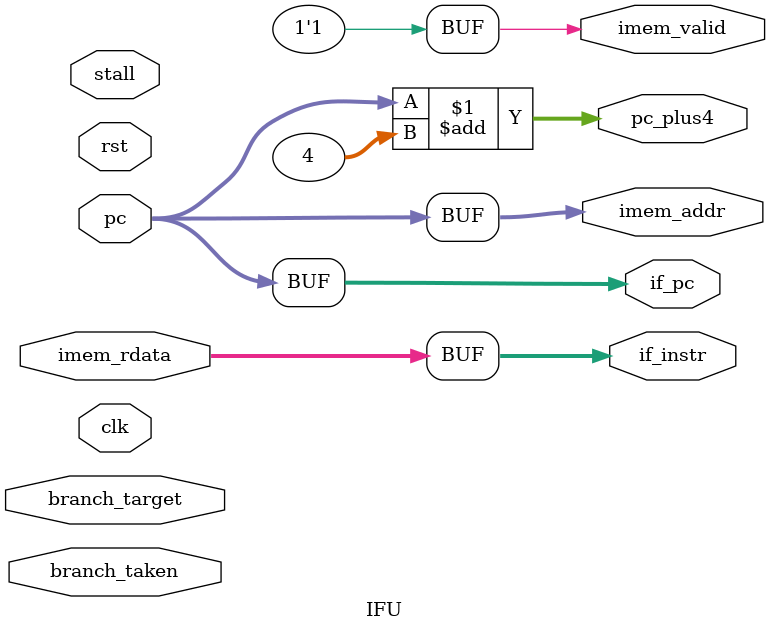
<source format=v>
module IFU (
        input  wire        clk,        // 时钟信号
        input  wire        rst,        // 复位信号
        input  wire        stall,      // 流水线暂停信号
        input  wire        branch_taken,// 分支是否跳转
        input  wire [31:0] branch_target,// 分支目标地址
        input  wire [31:0] pc,         // 当前PC值
        output wire [31:0] pc_plus4,   // PC+4
        output wire [31:0] if_pc,      // IF阶段传递的PC值
        output wire [31:0] imem_addr,  // 指令存储器地址
        input  wire [31:0] imem_rdata, // 指令存储器读取数据
        output wire        imem_valid, // 指令存储器访问有效信号
        output wire [31:0] if_instr    // IF阶段输出的指令
    );

    // 指令存储器地址就是当前PC
    assign imem_addr = pc;

    // 始终有效，表示每个周期都在取指
    assign imem_valid = 1'b1;

    // PC+4，用于顺序执行时的下一条指令
    assign pc_plus4 = pc + 4;

    // IF阶段输出的PC就是当前PC
    assign if_pc = pc;

    // 指令直接从指令存储器获取
    assign if_instr = imem_rdata;

endmodule

</source>
